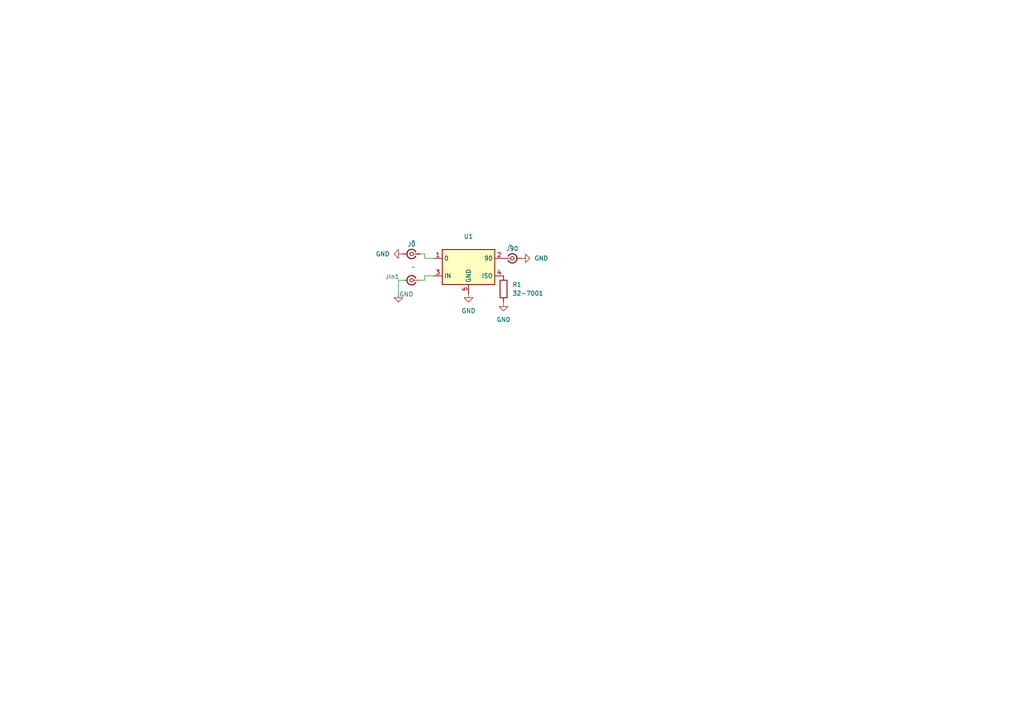
<source format=kicad_sch>
(kicad_sch (version 20231120) (generator "eeschema") (generator_version "8.0")
  (paper "A4")
  (lib_symbols
    (symbol "Connector:Conn_Coaxial_Small" (pin_numbers hide) (pin_names (offset 1.016) hide)
      (property "Reference" "J" (at 0.254 3.048 0))
      (property "Value" "Conn_Coaxial_Small" (at 0 -3.81 0))
      (symbol "Conn_Coaxial_Small_0_1"
        (polyline (pts (xy -2.54 0) (xy -0.508 0)))
        (circle (center 0 0) (radius 0.508) (stroke (width 0.2032)))
      )
      (symbol "Conn_Coaxial_Small_1_1"
        (arc (start -1.1916 -0.6311) (mid 0.327 -1.3081) (end 1.3484 0.0039) (stroke (width 0.3048)))
        (arc (start 1.3484 -0.0039) (mid 0.327 1.3081) (end -1.1916 0.6311) (stroke (width 0.3048)))
        (pin passive line (at -2.54 0 0) (length 1.27) (name "In") (number "1"))
        (pin passive line (at 2.54 0 180) (length 1.27) (name "Ext") (number "2"))
      )
    )
    (symbol "RfPowerLib:32-7001" (pin_numbers hide) (pin_names (offset 0))
      (property "Reference" "R" (at 2.032 0 90))
      (property "Value" "32-7001" (at 4.318 0 90))
      (symbol "32-7001_0_1"
        (rectangle (start -1.016 -2.54) (end 1.016 2.54) (stroke (width 0.254)))
      )
      (symbol "32-7001_1_1"
        (pin input line (at 0 3.81 270) (length 1.27) (name "~") (number "1"))
        (pin output line (at 0 -3.81 90) (length 1.27) (name "~") (number "2"))
      )
    )
    (symbol "Symbols:HybridCoupler"
      (property "Reference" "U" (at 0 0 0))
      (symbol "HybridCoupler_1_1"
        (rectangle (start -6.35 -1.27) (end 8.89 -11.43) (stroke (width 0.254)) (fill (type background)))
        (pin output line (at -8.89 -3.81 0) (length 2.54) (name "0") (number "1"))
        (pin output line (at 11.43 -3.81 180) (length 2.54) (name "90") (number "2"))
        (pin input line (at -8.89 -8.89 0) (length 2.54) (name "IN") (number "3"))
        (pin output line (at 11.43 -8.89 180) (length 2.54) (name "ISO") (number "4"))
        (pin output line (at 1.27 -13.97 90) (length 2.54) (name "GND") (number "5"))
      )
    )
    (symbol "power:GND" (power) (pin_numbers hide) (pin_names (offset 0) hide)
      (property "Value" "GND" (at 0 -3.81 0))
      (symbol "GND_0_1"
        (polyline (pts (xy 0 0) (xy 0 -1.27) (xy 1.27 -1.27) (xy 0 -2.54) (xy -1.27 -1.27) (xy 0 -1.27)))
      )
      (symbol "GND_1_1"
        (pin power_in line (at 0 0 270) (length 0) (name "~") (number "1"))
      )
    )
  )
  (wire (pts (xy 121.92 81.28) (xy 123.19 81.28)))
  (wire (pts (xy 121.92 73.66) (xy 123.19 73.66)))
  (wire (pts (xy 123.19 73.66) (xy 123.19 74.93)))
  (wire (pts (xy 123.19 74.93) (xy 125.73 74.93)))
  (wire (pts (xy 115.57 85.09) (xy 115.57 81.28)))
  (wire (pts (xy 116.84 81.28) (xy 115.57 81.28)))
  (wire (pts (xy 123.19 80.01) (xy 125.73 80.01)))
  (wire (pts (xy 123.19 81.28) (xy 123.19 80.01)))
  (symbol (lib_id "Connector:Conn_Coaxial_Small") (at 119.38 81.28 0) (mirror y) (unit 1)
    (property "Reference" "JIn1" (at 113.792 80.264 0))
    (property "Value" "~" (at 119.8996 77.47 0))
    (property "Footprint" "Footprints:Wire connector" (effects (hide yes)))
  )
  (symbol (lib_id "power:GND") (at 115.57 85.09 0) (unit 1)
    (property "Reference" "#PWR04" (effects (hide yes)))
    (property "Value" "GND" (at 117.856 85.344 0))
    (property "Description" "Power symbol creates a global label with name \"GND\" , ground" (effects (hide yes)))
  )
  (symbol (lib_id "Connector:Conn_Coaxial_Small") (at 119.38 73.66 0) (mirror y) (unit 1)
    (property "Reference" "J0" (at 119.38 70.866 0))
    (property "Value" "~" (at 119.8996 69.85 0))
    (property "Footprint" "Footprints:Wire connector" (effects (hide yes)))
  )
  (symbol (lib_id "Connector:Conn_Coaxial_Small") (at 148.59 74.93 0) (unit 1)
    (property "Reference" "J90" (at 148.59 72.136 0))
    (property "Value" "~" (at 148.0704 71.12 0))
    (property "Footprint" "Footprints:Wire connector" (effects (hide yes)))
  )
  (symbol (lib_id "power:GND") (at 116.84 73.66 270) (unit 1)
    (property "Reference" "#PWR03" (effects (hide yes)))
    (property "Value" "GND" (at 113.03 73.6599 90) (effects (justify right)))
    (property "Description" "Power symbol creates a global label with name \"GND\" , ground" (effects (hide yes)))
  )
  (symbol (lib_id "RfPowerLib:32-7001") (at 146.05 83.82 0) (unit 1)
    (property "Reference" "R1" (at 148.59 82.5499 0) (effects (justify left)))
    (property "Value" "32-7001" (at 148.59 85.0899 0) (effects (justify left)))
    (property "Footprint" "Footprints:32-7001" (effects (hide yes)))
    (property "Description" "Resistor" (effects (hide yes)))
  )
  (symbol (lib_id "power:GND") (at 135.89 85.09 0) (unit 1)
    (property "Reference" "#PWR05" (effects (hide yes)))
    (property "Value" "GND" (at 135.89 90.17 0))
    (property "Description" "Power symbol creates a global label with name \"GND\" , ground" (effects (hide yes)))
  )
  (symbol (lib_id "Symbols:HybridCoupler") (at 134.62 71.12 0) (unit 1)
    (property "Reference" "U1" (at 135.89 68.58 0))
    (property "Footprint" "Footprints:RfPower" (effects (hide yes)))
  )
  (symbol (lib_id "power:GND") (at 146.05 87.63 0) (unit 1)
    (property "Reference" "#PWR01" (effects (hide yes)))
    (property "Value" "GND" (at 146.05 92.71 0))
    (property "Description" "Power symbol creates a global label with name \"GND\" , ground" (effects (hide yes)))
  )
  (symbol (lib_id "power:GND") (at 151.13 74.93 90) (unit 1)
    (property "Reference" "#PWR02" (effects (hide yes)))
    (property "Value" "GND" (at 154.94 74.9299 90) (effects (justify right)))
    (property "Description" "Power symbol creates a global label with name \"GND\" , ground" (effects (hide yes)))
  )
)
</source>
